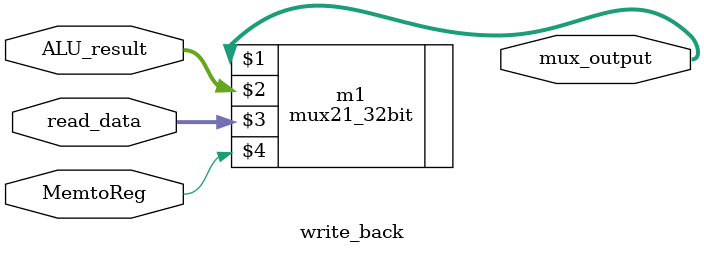
<source format=v>
`timescale 1ns / 1ps

module write_back(ALU_result, read_data, MemtoReg, mux_output);
  input [31:0] ALU_result;
  input [31:0] read_data;
  input MemtoReg;
  output [31:0] mux_output;
  
  mux21_32bit m1(mux_output, ALU_result, read_data, MemtoReg);
  
endmodule

</source>
